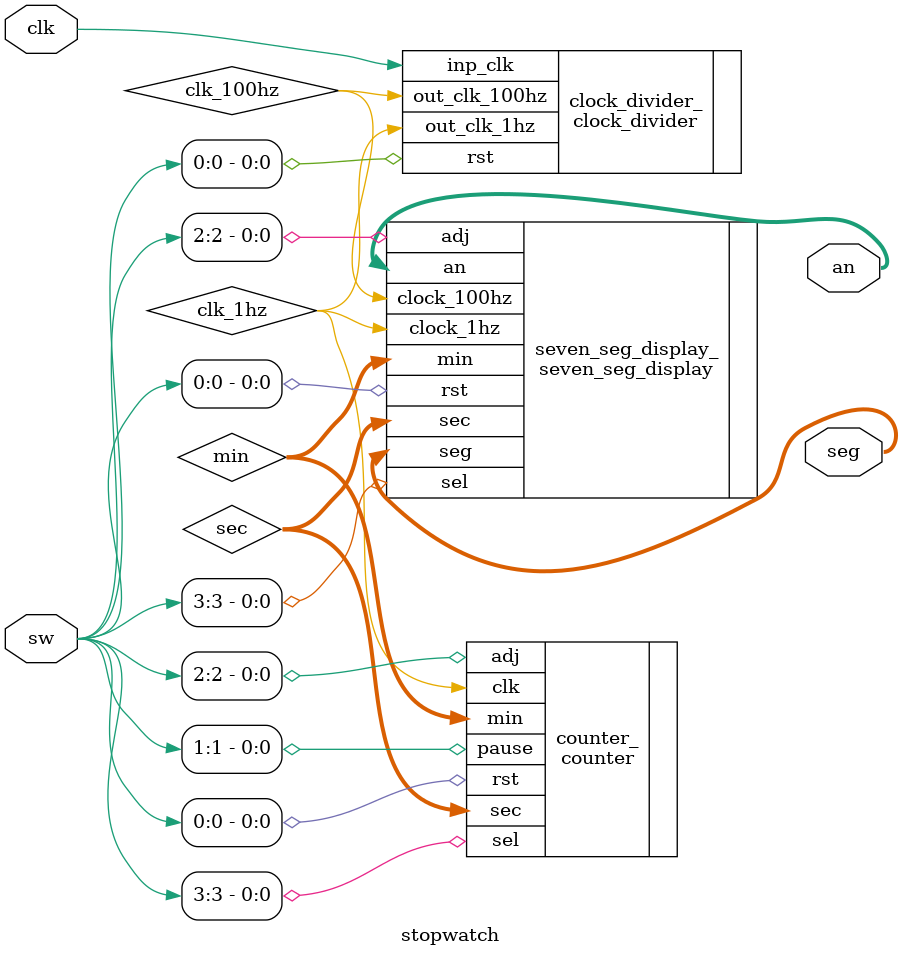
<source format=v>
module stopwatch(sw,clk,an,seg);

input [3:0] sw; // 0 - reset, 1 - pause, 2- adj, 3 - sel
input clk;
output [7:0] seg;
output [3:0] an;

wire clk_1hz;
wire clk_100hz;

wire [5:0] min;
wire [5:0] sec;

clock_divider clock_divider_ (
	// INPUTS:
	.inp_clk(clk),
	.rst(sw[0]),
	// OUTPUTS:
	.out_clk_1hz(clk_1hz), 
	.out_clk_100hz(clk_100hz)
);

counter counter_ (
	// INPUTS:
	.clk(clk_1hz), 
	.rst(sw[0]), 
	.pause(sw[1]), 
	.adj(sw[2]), 
	.sel(sw[3]), 
	// OUTPUTS:
	.min(min), 
	.sec(sec)
);

seven_seg_display seven_seg_display_(
	// INPUTS:
	.clock_100hz(clk_100hz), 
	.clock_1hz(clk_1hz), 
	.min(min), 
	.sec(sec), 
	.adj(sw[2]), 
	.sel(sw[3]),
	.rst(sw[0]),
	// OUTPUTS:
	.seg(seg), 
	.an(an)
);

endmodule
</source>
